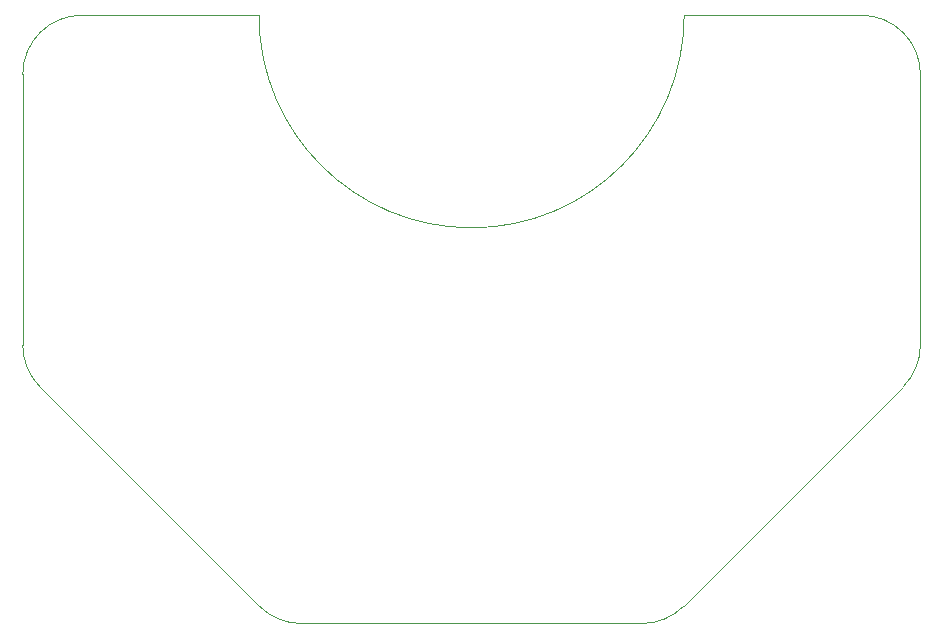
<source format=gbr>
%TF.GenerationSoftware,KiCad,Pcbnew,9.0.3*%
%TF.CreationDate,2025-10-14T09:07:42-04:00*%
%TF.ProjectId,flight_stick,666c6967-6874-45f7-9374-69636b2e6b69,5*%
%TF.SameCoordinates,Original*%
%TF.FileFunction,Profile,NP*%
%FSLAX46Y46*%
G04 Gerber Fmt 4.6, Leading zero omitted, Abs format (unit mm)*
G04 Created by KiCad (PCBNEW 9.0.3) date 2025-10-14 09:07:42*
%MOMM*%
%LPD*%
G01*
G04 APERTURE LIST*
%TA.AperFunction,Profile*%
%ADD10C,0.050000*%
%TD*%
G04 APERTURE END LIST*
D10*
X-98902587Y36658777D02*
X-98902587Y59587709D01*
X-98902587Y59587709D02*
G75*
G02*
X-93902587Y64587687I4999987J-9D01*
G01*
X-42902587Y64587709D02*
G75*
G02*
X-78902587Y64587709I-18000000J0D01*
G01*
X-97438121Y33123243D02*
G75*
G02*
X-98902566Y36658777I3535421J3535457D01*
G01*
X-93902587Y64587709D02*
X-78902587Y64587709D01*
X-75331519Y13087709D02*
G75*
G02*
X-78867042Y14552186I19J4999991D01*
G01*
X-22902587Y36658777D02*
G75*
G02*
X-24367062Y33123252I-5000013J23D01*
G01*
X-42902587Y64587709D02*
X-27902587Y64587709D01*
X-78867053Y14552175D02*
X-97438121Y33123243D01*
X-27902587Y64587709D02*
G75*
G02*
X-22902591Y59587709I-13J-5000009D01*
G01*
X-46473655Y13087709D02*
X-75331519Y13087709D01*
X-24367053Y33123243D02*
X-42938121Y14552175D01*
X-22902587Y59587709D02*
X-22902587Y36658777D01*
X-42938121Y14552175D02*
G75*
G02*
X-46473655Y13087716I-3535479J3535425D01*
G01*
M02*

</source>
